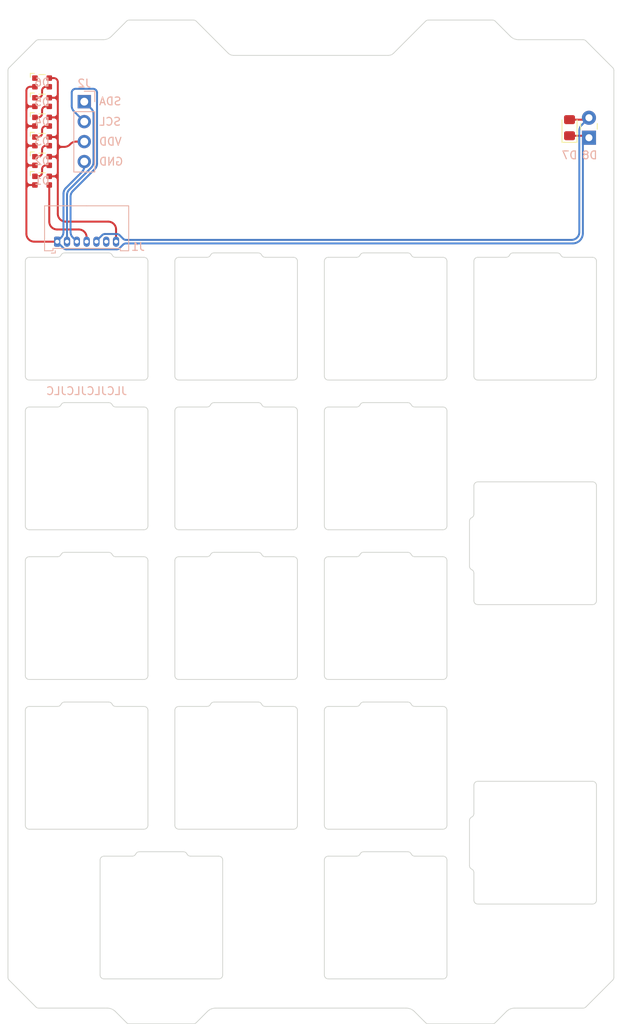
<source format=kicad_pcb>
(kicad_pcb (version 20211014) (generator pcbnew)
  (layers (0 "F.Cu" signal) (31 "B.Cu" signal) (34 "B.Paste" user) (35 "F.Paste" user) (36 "B.SilkS" user "B.Silkscreen") (37 "F.SilkS" user "F.Silkscreen") (38 "B.Mask" user) (39 "F.Mask" user) (44 "Edge.Cuts" user))
  (net 0 "")
  (net 1 "GND")
  (net 2 "SDA")
  (net 3 "SCL")
  (net 4 "P1.09")
  (net 5 "LED_CHG")
  (net 6 "VDDH")
  (net 7 "+VSW")
  (net 8 "Net-(D1-Pad1)")
  (net 9 "Net-(D2-Pad1)")
  (net 10 "Net-(D3-Pad1)")
  (net 11 "Net-(D4-Pad1)")
  (net 12 "Net-(D5-Pad1)")
  (footprint "marbastlib-various:LED_WS2812_2020" (layer "F.Cu") (at -5.675 -17.5625)
    (fp_text reference "D1" (at 0 0) (layer "B.SilkS") (effects (justify mirror)))
    (fp_text value "WS2812_2020")
    (pad "1" smd roundrect (at -0.915 -0.55) (size 0.7 0.7) (layers "F.Cu" "F.Paste" "F.Mask") (roundrect_rratio 0.15) (net 8 "Net-(D1-Pad1)"))
    (pad "2" smd roundrect (at -0.915 0.55) (size 0.7 0.7) (layers "F.Cu" "F.Paste" "F.Mask") (roundrect_rratio 0.15) (net 1 "GND"))
    (pad "3" smd roundrect (at 0.915 0.55) (size 0.7 0.7) (layers "F.Cu" "F.Paste" "F.Mask") (roundrect_rratio 0.15) (net 4 "P1.09"))
    (pad "4" smd roundrect (at 0.915 -0.55) (size 0.7 0.7) (layers "F.Cu" "F.Paste" "F.Mask") (roundrect_rratio 0.15) (net 7 "+VSW"))
  )
  (footprint "LED_SMD:LED_0805_2012Metric_Pad1.15x1.40mm_HandSolder" (layer "F.Cu") (at 61.525 -24.3 90)
    (fp_text reference "D7" (at -3.5 0) (layer "B.SilkS") (effects (justify mirror)))
    (fp_text value "LED")
    (pad "1" smd roundrect (at -1.025 0 90) (size 1.15 1.4) (layers "F.Cu" "F.Paste" "F.Mask") (roundrect_rratio 0.2173913043) (net 1 "GND"))
    (pad "2" smd roundrect (at 1.025 0 90) (size 1.15 1.4) (layers "F.Cu" "F.Paste" "F.Mask") (roundrect_rratio 0.2173913043) (net 5 "LED_CHG"))
  )
  (footprint "marbastlib-various:LED_WS2812_2020" (layer "F.Cu") (at -5.675 -22.5625)
    (fp_text reference "D3" (at 0 0) (layer "B.SilkS") (effects (justify mirror)))
    (fp_text value "WS2812_2020")
    (pad "1" smd roundrect (at -0.915 -0.55) (size 0.7 0.7) (layers "F.Cu" "F.Paste" "F.Mask") (roundrect_rratio 0.15) (net 10 "Net-(D3-Pad1)"))
    (pad "2" smd roundrect (at -0.915 0.55) (size 0.7 0.7) (layers "F.Cu" "F.Paste" "F.Mask") (roundrect_rratio 0.15) (net 1 "GND"))
    (pad "3" smd roundrect (at 0.915 0.55) (size 0.7 0.7) (layers "F.Cu" "F.Paste" "F.Mask") (roundrect_rratio 0.15) (net 9 "Net-(D2-Pad1)"))
    (pad "4" smd roundrect (at 0.915 -0.55) (size 0.7 0.7) (layers "F.Cu" "F.Paste" "F.Mask") (roundrect_rratio 0.15) (net 7 "+VSW"))
  )
  (footprint "marbastlib-various:LED_WS2812_2020" (layer "F.Cu") (at -5.675 -27.5625)
    (fp_text reference "D5" (at 0 0) (layer "B.SilkS") (effects (justify mirror)))
    (fp_text value "WS2812_2020")
    (pad "1" smd roundrect (at -0.915 -0.55) (size 0.7 0.7) (layers "F.Cu" "F.Paste" "F.Mask") (roundrect_rratio 0.15) (net 12 "Net-(D5-Pad1)"))
    (pad "2" smd roundrect (at -0.915 0.55) (size 0.7 0.7) (layers "F.Cu" "F.Paste" "F.Mask") (roundrect_rratio 0.15) (net 1 "GND"))
    (pad "3" smd roundrect (at 0.915 0.55) (size 0.7 0.7) (layers "F.Cu" "F.Paste" "F.Mask") (roundrect_rratio 0.15) (net 11 "Net-(D4-Pad1)"))
    (pad "4" smd roundrect (at 0.915 -0.55) (size 0.7 0.7) (layers "F.Cu" "F.Paste" "F.Mask") (roundrect_rratio 0.15) (net 7 "+VSW"))
  )
  (footprint "Connector_PinHeader_2.54mm:PinHeader_1x04_P2.54mm_Vertical" (layer "F.Cu") (at -0.3 -27.6125)
    (fp_text reference "J2" (at 0 -2.33) (layer "B.SilkS") (effects (justify mirror)))
    (fp_text value "Conn_01x04")
    (pad "1" thru_hole rect (at 0 0) (size 1.7 1.7) (drill 1) (layers *.Cu *.Mask) (net 2 "SDA"))
    (pad "2" thru_hole oval (at 0 2.54) (size 1.7 1.7) (drill 1) (layers *.Cu *.Mask) (net 3 "SCL"))
    (pad "3" thru_hole oval (at 0 5.08) (size 1.7 1.7) (drill 1) (layers *.Cu *.Mask) (net 7 "+VSW"))
    (pad "4" thru_hole oval (at 0 7.62) (size 1.7 1.7) (drill 1) (layers *.Cu *.Mask) (net 1 "GND"))
  )
  (footprint "marbastlib-various:LED_WS2812_2020" (layer "F.Cu") (at -5.675 -30.0625)
    (fp_text reference "D6" (at 0 0) (layer "B.SilkS") (effects (justify mirror)))
    (fp_text value "WS2812_2020")
    (pad "1" smd roundrect (at -0.915 -0.55) (size 0.7 0.7) (layers "F.Cu" "F.Paste" "F.Mask") (roundrect_rratio 0.15))
    (pad "2" smd roundrect (at -0.915 0.55) (size 0.7 0.7) (layers "F.Cu" "F.Paste" "F.Mask") (roundrect_rratio 0.15) (net 1 "GND"))
    (pad "3" smd roundrect (at 0.915 0.55) (size 0.7 0.7) (layers "F.Cu" "F.Paste" "F.Mask") (roundrect_rratio 0.15) (net 12 "Net-(D5-Pad1)"))
    (pad "4" smd roundrect (at 0.915 -0.55) (size 0.7 0.7) (layers "F.Cu" "F.Paste" "F.Mask") (roundrect_rratio 0.15) (net 7 "+VSW"))
  )
  (footprint "LED_THT:LED_Rectangular_W3.0mm_H2.0mm" (layer "F.Cu") (at 64 -23.025 90)
    (fp_text reference "D8" (at -2.225 0.09) (layer "B.SilkS") (effects (justify mirror)))
    (fp_text value "LED")
    (pad "1" thru_hole rect (at 0 0 90) (size 1.8 1.8) (drill 0.9) (layers *.Cu *.Mask) (net 1 "GND"))
    (pad "2" thru_hole circle (at 2.54 0 90) (size 1.8 1.8) (drill 0.9) (layers *.Cu *.Mask) (net 5 "LED_CHG"))
  )
  (footprint "marbastlib-various:LED_WS2812_2020" (layer "F.Cu") (at -5.675 -25.0625)
    (fp_text reference "D4" (at 0 0) (layer "B.SilkS") (effects (justify mirror)))
    (fp_text value "WS2812_2020")
    (pad "1" smd roundrect (at -0.915 -0.55) (size 0.7 0.7) (layers "F.Cu" "F.Paste" "F.Mask") (roundrect_rratio 0.15) (net 11 "Net-(D4-Pad1)"))
    (pad "2" smd roundrect (at -0.915 0.55) (size 0.7 0.7) (layers "F.Cu" "F.Paste" "F.Mask") (roundrect_rratio 0.15) (net 1 "GND"))
    (pad "3" smd roundrect (at 0.915 0.55) (size 0.7 0.7) (layers "F.Cu" "F.Paste" "F.Mask") (roundrect_rratio 0.15) (net 10 "Net-(D3-Pad1)"))
    (pad "4" smd roundrect (at 0.915 -0.55) (size 0.7 0.7) (layers "F.Cu" "F.Paste" "F.Mask") (roundrect_rratio 0.15) (net 7 "+VSW"))
  )
  (footprint "marbastlib-various:LED_WS2812_2020" (layer "F.Cu") (at -5.675 -20.0625)
    (fp_text reference "D2" (at 0 0) (layer "B.SilkS") (effects (justify mirror)))
    (fp_text value "WS2812_2020")
    (pad "1" smd roundrect (at -0.915 -0.55) (size 0.7 0.7) (layers "F.Cu" "F.Paste" "F.Mask") (roundrect_rratio 0.15) (net 9 "Net-(D2-Pad1)"))
    (pad "2" smd roundrect (at -0.915 0.55) (size 0.7 0.7) (layers "F.Cu" "F.Paste" "F.Mask") (roundrect_rratio 0.15) (net 1 "GND"))
    (pad "3" smd roundrect (at 0.915 0.55) (size 0.7 0.7) (layers "F.Cu" "F.Paste" "F.Mask") (roundrect_rratio 0.15) (net 8 "Net-(D1-Pad1)"))
    (pad "4" smd roundrect (at 0.915 -0.55) (size 0.7 0.7) (layers "F.Cu" "F.Paste" "F.Mask") (roundrect_rratio 0.15) (net 7 "+VSW"))
  )
  (footprint "Connector_Molex:Molex_PicoBlade_53048-0710_1x07_P1.25mm_Horizontal" (layer "B.Cu") (at -3.75 -9.8)
    (fp_text reference "J1" (at 10.3 0.65) (layer "B.SilkS") (effects (justify mirror)))
    (fp_text value "Conn_01x07")
    (pad "1" thru_hole roundrect (at 0 0) (size 0.8 1.3) (drill 0.5) (layers *.Cu *.Mask) (net 1 "GND"))
    (pad "2" thru_hole oval (at 1.25 0) (size 0.8 1.3) (drill 0.5) (layers *.Cu *.Mask) (net 2 "SDA"))
    (pad "3" thru_hole oval (at 2.5 0) (size 0.8 1.3) (drill 0.5) (layers *.Cu *.Mask) (net 3 "SCL"))
    (pad "4" thru_hole oval (at 3.75 0) (size 0.8 1.3) (drill 0.5) (layers *.Cu *.Mask) (net 4 "P1.09"))
    (pad "5" thru_hole oval (at 5 0) (size 0.8 1.3) (drill 0.5) (layers *.Cu *.Mask) (net 5 "LED_CHG"))
    (pad "6" thru_hole oval (at 6.25 0) (size 0.8 1.3) (drill 0.5) (layers *.Cu *.Mask) (net 6 "VDDH"))
    (pad "7" thru_hole oval (at 7.5 0) (size 0.8 1.3) (drill 0.5) (layers *.Cu *.Mask) (net 7 "+VSW"))
  )
  (gr_line (start 30.29 49.84) (end 30.29 64.46) (layer "Edge.Cuts") (width 0.1))
  (gr_arc (start 45.91 26.36) (mid 45.763553 26.713553) (end 45.41 26.86) (layer "Edge.Cuts") (width 0.1))
  (gr_arc (start 49.34 -7.31) (mid 49.486447 -7.663553) (end 49.84 -7.81) (layer "Edge.Cuts") (width 0.1))
  (gr_line (start 15.342002 30.29) (end 11.74 30.29) (layer "Edge.Cuts") (width 0.1))
  (gr_line (start 26.86 45.41) (end 26.86 30.79) (layer "Edge.Cuts") (width 0.1))
  (gr_arc (start -3.258999 -8.09) (mid -3.074575 -8.294264) (end -2.81 -8.37) (layer "Edge.Cuts") (width 0.1))
  (gr_arc (start -3.258999 30.01) (mid -3.443423 30.214264) (end -3.707998 30.29) (layer "Edge.Cuts") (width 0.1))
  (gr_arc (start 16.835 68.39) (mid 17.188553 68.536447) (end 17.335 68.89) (layer "Edge.Cuts") (width 0.1))
  (gr_line (start 15.342002 11.24) (end 11.74 11.24) (layer "Edge.Cuts") (width 0.1))
  (gr_arc (start 45.91 45.41) (mid 45.763553 45.763553) (end 45.41 45.91) (layer "Edge.Cuts") (width 0.1))
  (gr_arc (start 49.34 59.365) (mid 49.486447 59.011447) (end 49.84 58.865) (layer "Edge.Cuts") (width 0.1))
  (gr_arc (start 15.791001 30.01) (mid 15.606577 30.214264) (end 15.342002 30.29) (layer "Edge.Cuts") (width 0.1))
  (gr_line (start 2.81 -8.37) (end -2.81 -8.37) (layer "Edge.Cuts") (width 0.1))
  (gr_arc (start 39.125 -33.792893) (mid 38.800576 -33.576122) (end 38.417893 -33.5) (layer "Edge.Cuts") (width 0.1))
  (gr_arc (start 55.039214 -35.5) (mid 54.465186 -35.614176) (end 53.978553 -35.93934) (layer "Edge.Cuts") (width 0.1))
  (gr_line (start 11.24 49.84) (end 11.24 64.46) (layer "Edge.Cuts") (width 0.1))
  (gr_arc (start 15.791001 49.06) (mid 15.975425 48.855736) (end 16.24 48.78) (layer "Edge.Cuts") (width 0.1))
  (gr_line (start 67.175 -31.585786) (end 67.175 83.810786) (layer "Edge.Cuts") (width 0.1))
  (gr_line (start 30.79 84.01) (end 45.41 84.01) (layer "Edge.Cuts") (width 0.1))
  (gr_arc (start 30.29 -7.31) (mid 30.436447 -7.663553) (end 30.79 -7.81) (layer "Edge.Cuts") (width 0.1))
  (gr_line (start 64.96 35.885) (end 64.96 21.265) (layer "Edge.Cuts") (width 0.1))
  (gr_arc (start 15.791001 -8.09) (mid 15.606577 -7.885736) (end 15.342002 -7.81) (layer "Edge.Cuts") (width 0.1))
  (gr_arc (start 6.266001 68.11) (mid 6.081577 68.314264) (end 5.817002 68.39) (layer "Edge.Cuts") (width 0.1))
  (gr_arc (start 45.41 -7.81) (mid 45.763553 -7.663553) (end 45.91 -7.31) (layer "Edge.Cuts") (width 0.1))
  (gr_arc (start 22.757998 -7.81) (mid 22.493423 -7.885736) (end 22.308999 -8.09) (layer "Edge.Cuts") (width 0.1))
  (gr_arc (start 26.86 64.46) (mid 26.713553 64.813553) (end 26.36 64.96) (layer "Edge.Cuts") (width 0.1))
  (gr_line (start 7.31 49.34) (end 3.707998 49.34) (layer "Edge.Cuts") (width 0.1))
  (gr_line (start 3.171447 -35.93934) (end 5.08566 -37.853553) (layer "Edge.Cuts") (width 0.1))
  (gr_line (start 30.29 30.79) (end 30.29 45.41) (layer "Edge.Cuts") (width 0.1))
  (gr_arc (start 2.81 48.78) (mid 3.074575 48.855736) (end 3.258999 49.06) (layer "Edge.Cuts") (width 0.1))
  (gr_line (start 21.86 10.68) (end 16.24 10.68) (layer "Edge.Cuts") (width 0.1))
  (gr_line (start 11.74 64.96) (end 26.36 64.96) (layer "Edge.Cuts") (width 0.1))
  (gr_arc (start 45.41 68.39) (mid 45.763553 68.536447) (end 45.91 68.89) (layer "Edge.Cuts") (width 0.1))
  (gr_arc (start 64.96 35.885) (mid 64.813553 36.238553) (end 64.46 36.385) (layer "Edge.Cuts") (width 0.1))
  (gr_line (start -6.110786 -35.5) (end 2.110786 -35.5) (layer "Edge.Cuts") (width 0.1))
  (gr_arc (start 41.807998 49.34) (mid 41.543424 49.264263) (end 41.358999 49.06) (layer "Edge.Cuts") (width 0.1))
  (gr_line (start 15.342002 -7.81) (end 11.74 -7.81) (layer "Edge.Cuts") (width 0.1))
  (gr_line (start -7.81 30.79) (end -7.81 45.41) (layer "Edge.Cuts") (width 0.1))
  (gr_arc (start 26.86 7.31) (mid 26.713553 7.663553) (end 26.36 7.81) (layer "Edge.Cuts") (width 0.1))
  (gr_line (start 5.817002 68.39) (end 2.215 68.39) (layer "Edge.Cuts") (width 0.1))
  (gr_line (start 30.79 26.86) (end 45.41 26.86) (layer "Edge.Cuts") (width 0.1))
  (gr_arc (start 45.91 7.31) (mid 45.763553 7.663553) (end 45.41 7.81) (layer "Edge.Cuts") (width 0.1))
  (gr_line (start -3.707998 -7.81) (end -7.31 -7.81) (layer "Edge.Cuts") (width 0.1))
  (gr_line (start 7.81 45.41) (end 7.81 30.79) (layer "Edge.Cuts") (width 0.1))
  (gr_arc (start 15.791001 49.06) (mid 15.606577 49.264264) (end 15.342002 49.34) (layer "Edge.Cuts") (width 0.1))
  (gr_line (start 12.335 67.83) (end 6.715 67.83) (layer "Edge.Cuts") (width 0.1))
  (gr_line (start 16.835 68.39) (end 13.232998 68.39) (layer "Edge.Cuts") (width 0.1))
  (gr_line (start 7.81 7.31) (end 7.81 -7.31) (layer "Edge.Cuts") (width 0.1))
  (gr_line (start 15.342002 49.34) (end 11.74 49.34) (layer "Edge.Cuts") (width 0.1))
  (gr_arc (start 34.841001 49.06) (mid 34.656577 49.264265) (end 34.392002 49.34) (layer "Edge.Cuts") (width 0.1))
  (gr_arc (start 3.707998 -7.81) (mid 3.443423 -7.885736) (end 3.258999 -8.09) (layer "Edge.Cuts") (width 0.1))
  (gr_line (start 7.31 30.29) (end 3.707998 30.29) (layer "Edge.Cuts") (width 0.1))
  (gr_arc (start 2.610786 87.725) (mid 3.184812 87.839181) (end 3.671447 88.16434) (layer "Edge.Cuts") (width 0.1))
  (gr_line (start 11.74 45.91) (end 26.36 45.91) (layer "Edge.Cuts") (width 0.1))
  (gr_arc (start 67.028553 -31.93934) (mid 67.136935 -31.777127) (end 67.175 -31.585786) (layer "Edge.Cuts") (width 0.1))
  (gr_arc (start 30.29 11.74) (mid 30.436447 11.386447) (end 30.79 11.24) (layer "Edge.Cuts") (width 0.1))
  (gr_line (start 49.84 74.485) (end 64.46 74.485) (layer "Edge.Cuts") (width 0.1))
  (gr_arc (start 15.378553 88.16434) (mid 15.865188 87.839181) (end 16.439214 87.725) (layer "Edge.Cuts") (width 0.1))
  (gr_line (start -7.81 -7.31) (end -7.81 7.31) (layer "Edge.Cuts") (width 0.1))
  (gr_arc (start -3.258999 -8.09) (mid -3.443423 -7.885736) (end -3.707998 -7.81) (layer "Edge.Cuts") (width 0.1))
  (gr_arc (start 34.841001 10.96) (mid 35.025425 10.755736) (end 35.29 10.68) (layer "Edge.Cuts") (width 0.1))
  (gr_arc (start 2.81 -8.37) (mid 3.074575 -8.294264) (end 3.258999 -8.09) (layer "Edge.Cuts") (width 0.1))
  (gr_line (start 7.81 64.46) (end 7.81 49.84) (layer "Edge.Cuts") (width 0.1))
  (gr_arc (start 2.215 84.01) (mid 1.861447 83.863553) (end 1.715 83.51) (layer "Edge.Cuts") (width 0.1))
  (gr_line (start 40.710786 87.725) (end 16.439214 87.725) (layer "Edge.Cuts") (width 0.1))
  (gr_arc (start 43.18566 -37.853553) (mid 43.347873 -37.961935) (end 43.539214 -38) (layer "Edge.Cuts") (width 0.1))
  (gr_line (start 30.29 68.89) (end 30.29 83.51) (layer "Edge.Cuts") (width 0.1))
  (gr_arc (start 49.84 7.81) (mid 49.486447 7.663553) (end 49.34 7.31) (layer "Edge.Cuts") (width 0.1))
  (gr_line (start 30.29 -7.31) (end 30.29 7.31) (layer "Edge.Cuts") (width 0.1))
  (gr_arc (start 7.81 45.41) (mid 7.663553 45.763553) (end 7.31 45.91) (layer "Edge.Cuts") (width 0.1))
  (gr_arc (start 3.171447 -35.93934) (mid 2.684812 -35.614181) (end 2.110786 -35.5) (layer "Edge.Cuts") (width 0.1))
  (gr_line (start -3.707998 11.24) (end -7.31 11.24) (layer "Edge.Cuts") (width 0.1))
  (gr_arc (start 40.91 48.78) (mid 41.174575 48.855736) (end 41.358999 49.06) (layer "Edge.Cuts") (width 0.1))
  (gr_arc (start 45.91 83.51) (mid 45.763553 83.863553) (end 45.41 84.01) (layer "Edge.Cuts") (width 0.1))
  (gr_line (start 40.91 -8.37) (end 35.29 -8.37) (layer "Edge.Cuts") (width 0.1))
  (gr_line (start 49.34 70.485) (end 49.34 73.985) (layer "Edge.Cuts") (width 0.1))
  (gr_arc (start 45.41 49.34) (mid 45.763553 49.486447) (end 45.91 49.84) (layer "Edge.Cuts") (width 0.1))
  (gr_arc (start -3.258999 10.96) (mid -3.443423 11.164264) (end -3.707998 11.24) (layer "Edge.Cuts") (width 0.1))
  (gr_line (start 34.392002 -7.81) (end 30.79 -7.81) (layer "Edge.Cuts") (width 0.1))
  (gr_line (start 34.392002 11.24) (end 30.79 11.24) (layer "Edge.Cuts") (width 0.1))
  (gr_arc (start 59.96 -8.37) (mid 60.224575 -8.294264) (end 60.408999 -8.09) (layer "Edge.Cuts") (width 0.1))
  (gr_line (start 11.74 26.86) (end 26.36 26.86) (layer "Edge.Cuts") (width 0.1))
  (gr_line (start -7.31 64.96) (end 7.31 64.96) (layer "Edge.Cuts") (width 0.1))
  (gr_arc (start 67.175 83.810786) (mid 67.136944 84.002131) (end 67.028553 84.16434) (layer "Edge.Cuts") (width 0.1))
  (gr_arc (start 21.86 29.73) (mid 22.124575 29.805736) (end 22.308999 30.01) (layer "Edge.Cuts") (width 0.1))
  (gr_line (start 63.61434 -35.353553) (end 67.028553 -31.93934) (layer "Edge.Cuts") (width 0.1))
  (gr_line (start -7.81 49.84) (end -7.81 64.46) (layer "Edge.Cuts") (width 0.1))
  (gr_line (start 63.260786 87.725) (end 54.539214 87.725) (layer "Edge.Cuts") (width 0.1))
  (gr_arc (start 7.31 30.29) (mid 7.663553 30.436447) (end 7.81 30.79) (layer "Edge.Cuts") (width 0.1))
  (gr_line (start 26.86 26.36) (end 26.86 11.74) (layer "Edge.Cuts") (width 0.1))
  (gr_arc (start 30.29 68.89) (mid 30.436447 68.536447) (end 30.79 68.39) (layer "Edge.Cuts") (width 0.1))
  (gr_line (start 45.41 30.29) (end 41.807998 30.29) (layer "Edge.Cuts") (width 0.1))
  (gr_arc (start 49.34 24.867002) (mid 49.264263 25.131576) (end 49.06 25.316001) (layer "Edge.Cuts") (width 0.1))
  (gr_arc (start -3.258999 10.96) (mid -3.074575 10.755736) (end -2.81 10.68) (layer "Edge.Cuts") (width 0.1))
  (gr_line (start 26.86 7.31) (end 26.86 -7.31) (layer "Edge.Cuts") (width 0.1))
  (gr_arc (start -7.81 30.79) (mid -7.663553 30.436447) (end -7.31 30.29) (layer "Edge.Cuts") (width 0.1))
  (gr_line (start -3.707998 49.34) (end -7.31 49.34) (layer "Edge.Cuts") (width 0.1))
  (gr_line (start 64.46 -7.81) (end 60.857998 -7.81) (layer "Edge.Cuts") (width 0.1))
  (gr_arc (start 11.24 49.84) (mid 11.386447 49.486447) (end 11.74 49.34) (layer "Edge.Cuts") (width 0.1))
  (gr_arc (start 30.79 45.91) (mid 30.436447 45.763553) (end 30.29 45.41) (layer "Edge.Cuts") (width 0.1))
  (gr_line (start 49.34 32.385) (end 49.34 35.885) (layer "Edge.Cuts") (width 0.1))
  (gr_arc (start 11.74 26.86) (mid 11.386447 26.713553) (end 11.24 26.36) (layer "Edge.Cuts") (width 0.1))
  (gr_line (start 2.81 10.68) (end -2.81 10.68) (layer "Edge.Cuts") (width 0.1))
  (gr_line (start 40.91 29.73) (end 35.29 29.73) (layer "Edge.Cuts") (width 0.1))
  (gr_arc (start 2.81 10.68) (mid 3.074575 10.755736) (end 3.258999 10.96) (layer "Edge.Cuts") (width 0.1))
  (gr_arc (start 15.791001 10.96) (mid 15.975425 10.755736) (end 16.24 10.68) (layer "Edge.Cuts") (width 0.1))
  (gr_line (start 64.46 20.765) (end 49.84 20.765) (layer "Edge.Cuts") (width 0.1))
  (gr_arc (start 22.757998 49.34) (mid 22.493423 49.264264) (end 22.308999 49.06) (layer "Edge.Cuts") (width 0.1))
  (gr_arc (start -7.31 26.86) (mid -7.663553 26.713553) (end -7.81 26.36) (layer "Edge.Cuts") (width 0.1))
  (gr_line (start 1.715 68.89) (end 1.715 83.51) (layer "Edge.Cuts") (width 0.1))
  (gr_arc (start 53.478553 88.16434) (mid 53.965189 87.839185) (end 54.539214 87.725) (layer "Edge.Cuts") (width 0.1))
  (gr_line (start 40.91 67.83) (end 35.29 67.83) (layer "Edge.Cuts") (width 0.1))
  (gr_line (start 40.91 48.78) (end 35.29 48.78) (layer "Edge.Cuts") (width 0.1))
  (gr_line (start 11.24 -7.31) (end 11.24 7.31) (layer "Edge.Cuts") (width 0.1))
  (gr_line (start 49.34 -7.31) (end 49.34 7.31) (layer "Edge.Cuts") (width 0.1))
  (gr_line (start 21.86 48.78) (end 16.24 48.78) (layer "Edge.Cuts") (width 0.1))
  (gr_arc (start 41.807998 68.39) (mid 41.543424 68.314263) (end 41.358999 68.11) (layer "Edge.Cuts") (width 0.1))
  (gr_line (start 34.392002 49.34) (end 30.79 49.34) (layer "Edge.Cuts") (width 0.1))
  (gr_arc (start 26.36 -7.81) (mid 26.713553 -7.663553) (end 26.86 -7.31) (layer "Edge.Cuts") (width 0.1))
  (gr_line (start 39.125 -33.792893) (end 43.18566 -37.853553) (layer "Edge.Cuts") (width 0.1))
  (gr_arc (start 7.81 26.36) (mid 7.663553 26.713553) (end 7.31 26.86) (layer "Edge.Cuts") (width 0.1))
  (gr_arc (start -7.81 49.84) (mid -7.663553 49.486447) (end -7.31 49.34) (layer "Edge.Cuts") (width 0.1))
  (gr_arc (start 15.791001 10.96) (mid 15.606577 11.164264) (end 15.342002 11.24) (layer "Edge.Cuts") (width 0.1))
  (gr_line (start 11.74 7.81) (end 26.36 7.81) (layer "Edge.Cuts") (width 0.1))
  (gr_arc (start 41.807998 -7.81) (mid 41.543424 -7.885737) (end 41.358999 -8.09) (layer "Edge.Cuts") (width 0.1))
  (gr_arc (start 22.757998 30.29) (mid 22.493423 30.214264) (end 22.308999 30.01) (layer "Edge.Cuts") (width 0.1))
  (gr_arc (start 11.74 64.96) (mid 11.386447 64.813553) (end 11.24 64.46) (layer "Edge.Cuts") (width 0.1))
  (gr_line (start 64.96 7.31) (end 64.96 -7.31) (layer "Edge.Cuts") (width 0.1))
  (gr_arc (start 49.84 74.485) (mid 49.486447 74.338553) (end 49.34 73.985) (layer "Edge.Cuts") (width 0.1))
  (gr_arc (start 11.24 -7.31) (mid 11.386447 -7.663553) (end 11.74 -7.81) (layer "Edge.Cuts") (width 0.1))
  (gr_line (start 30.79 7.81) (end 45.41 7.81) (layer "Edge.Cuts") (width 0.1))
  (gr_arc (start 64.46 -7.81) (mid 64.813553 -7.663553) (end 64.96 -7.31) (layer "Edge.Cuts") (width 0.1))
  (gr_line (start 7.81 26.36) (end 7.81 11.74) (layer "Edge.Cuts") (width 0.1))
  (gr_line (start 45.91 7.31) (end 45.91 -7.31) (layer "Edge.Cuts") (width 0.1))
  (gr_arc (start 40.91 10.68) (mid 41.174575 10.755736) (end 41.358999 10.96) (layer "Edge.Cuts") (width 0.1))
  (gr_arc (start 7.81 64.46) (mid 7.663553 64.813553) (end 7.31 64.96) (layer "Edge.Cuts") (width 0.1))
  (gr_line (start 55.039214 -35.5) (end 63.260786 -35.5) (layer "Edge.Cuts") (width 0.1))
  (gr_arc (start 64.46 58.865) (mid 64.813553 59.011447) (end 64.96 59.365) (layer "Edge.Cuts") (width 0.1))
  (gr_arc (start 30.79 26.86) (mid 30.436447 26.713553) (end 30.29 26.36) (layer "Edge.Cuts") (width 0.1))
  (gr_arc (start 60.857998 -7.81) (mid 60.593424 -7.885737) (end 60.408999 -8.09) (layer "Edge.Cuts") (width 0.1))
  (gr_arc (start 18.732107 -33.5) (mid 18.349423 -33.57612) (end 18.025 -33.792893) (layer "Edge.Cuts") (width 0.1))
  (gr_arc (start 7.31 11.24) (mid 7.663553 11.386447) (end 7.81 11.74) (layer "Edge.Cuts") (width 0.1))
  (gr_arc (start -7.31 45.91) (mid -7.663553 45.763553) (end -7.81 45.41) (layer "Edge.Cuts") (width 0.1))
  (gr_arc (start 41.807998 30.29) (mid 41.543424 30.214263) (end 41.358999 30.01) (layer "Edge.Cuts") (width 0.1))
  (gr_line (start 21.86 -8.37) (end 16.24 -8.37) (layer "Edge.Cuts") (width 0.1))
  (gr_arc (start 21.86 48.78) (mid 22.124575 48.855736) (end 22.308999 49.06) (layer "Edge.Cuts") (width 0.1))
  (gr_line (start 40.91 10.68) (end 35.29 10.68) (layer "Edge.Cuts") (width 0.1))
  (gr_line (start 13.610786 89.725) (end 5.439214 89.725) (layer "Edge.Cuts") (width 0.1))
  (gr_arc (start 21.86 10.68) (mid 22.124575 10.755736) (end 22.308999 10.96) (layer "Edge.Cuts") (width 0.1))
  (gr_arc (start 34.841001 -8.09) (mid 34.656577 -7.885735) (end 34.392002 -7.81) (layer "Edge.Cuts") (width 0.1))
  (gr_line (start -6.46434 87.578553) (end -9.878553 84.16434) (layer "Edge.Cuts") (width 0.1))
  (gr_arc (start 49.84 36.385) (mid 49.486447 36.238553) (end 49.34 35.885) (layer "Edge.Cuts") (width 0.1))
  (gr_line (start 15.378553 88.16434) (end 13.96434 89.578553) (layer "Edge.Cuts") (width 0.1))
  (gr_arc (start -7.81 -7.31) (mid -7.663553 -7.663553) (end -7.31 -7.81) (layer "Edge.Cuts") (width 0.1))
  (gr_arc (start 30.29 30.79) (mid 30.436447 30.436447) (end 30.79 30.29) (layer "Edge.Cuts") (width 0.1))
  (gr_arc (start 17.335 83.51) (mid 17.188553 83.863553) (end 16.835 84.01) (layer "Edge.Cuts") (width 0.1))
  (gr_arc (start -7.81 11.74) (mid -7.663553 11.386447) (end -7.31 11.24) (layer "Edge.Cuts") (width 0.1))
  (gr_arc (start 30.79 7.81) (mid 30.436447 7.663553) (end 30.29 7.31) (layer "Edge.Cuts") (width 0.1))
  (gr_line (start 51.710786 89.725) (end 43.539214 89.725) (layer "Edge.Cuts") (width 0.1))
  (gr_arc (start 45.41 30.29) (mid 45.763553 30.436447) (end 45.91 30.79) (layer "Edge.Cuts") (width 0.1))
  (gr_line (start 5.08566 89.578553) (end 3.671447 88.16434) (layer "Edge.Cuts") (width 0.1))
  (gr_arc (start 34.841001 49.06) (mid 35.025425 48.855736) (end 35.29 48.78) (layer "Edge.Cuts") (width 0.1))
  (gr_line (start 2.81 48.78) (end -2.81 48.78) (layer "Edge.Cuts") (width 0.1))
  (gr_line (start 45.41 49.34) (end 41.807998 49.34) (layer "Edge.Cuts") (width 0.1))
  (gr_line (start 49.34 59.365) (end 49.34 62.967002) (layer "Edge.Cuts") (width 0.1))
  (gr_line (start 52.06434 -37.853553) (end 53.978553 -35.93934) (layer "Edge.Cuts") (width 0.1))
  (gr_line (start 2.215 84.01) (end 16.835 84.01) (layer "Edge.Cuts") (width 0.1))
  (gr_arc (start 26.36 11.24) (mid 26.713553 11.386447) (end 26.86 11.74) (layer "Edge.Cuts") (width 0.1))
  (gr_line (start 26.36 -7.81) (end 22.757998 -7.81) (layer "Edge.Cuts") (width 0.1))
  (gr_arc (start 13.610786 -38) (mid 13.802128 -37.96194) (end 13.96434 -37.853553) (layer "Edge.Cuts") (width 0.1))
  (gr_line (start 45.41 11.24) (end 41.807998 11.24) (layer "Edge.Cuts") (width 0.1))
  (gr_arc (start 6.266001 68.11) (mid 6.450425 67.905736) (end 6.715 67.83) (layer "Edge.Cuts") (width 0.1))
  (gr_line (start 30.29 11.74) (end 30.29 26.36) (layer "Edge.Cuts") (width 0.1))
  (gr_line (start 43.539214 -38) (end 51.710786 -38) (layer "Edge.Cuts") (width 0.1))
  (gr_arc (start 34.841001 10.96) (mid 34.656577 11.164265) (end 34.392002 11.24) (layer "Edge.Cuts") (width 0.1))
  (gr_arc (start 48.78 63.865) (mid 48.855736 63.600425) (end 49.06 63.416001) (layer "Edge.Cuts") (width 0.1))
  (gr_line (start -7.31 45.91) (end 7.31 45.91) (layer "Edge.Cuts") (width 0.1))
  (gr_line (start 13.96434 -37.853553) (end 18.025 -33.792893) (layer "Edge.Cuts") (width 0.1))
  (gr_arc (start 34.841001 30.01) (mid 34.656577 30.214265) (end 34.392002 30.29) (layer "Edge.Cuts") (width 0.1))
  (gr_line (start 30.79 45.91) (end 45.41 45.91) (layer "Edge.Cuts") (width 0.1))
  (gr_arc (start 26.36 49.34) (mid 26.713553 49.486447) (end 26.86 49.84) (layer "Edge.Cuts") (width 0.1))
  (gr_arc (start 11.24 30.79) (mid 11.386447 30.436447) (end 11.74 30.29) (layer "Edge.Cuts") (width 0.1))
  (gr_arc (start 34.841001 68.11) (mid 34.656577 68.314265) (end 34.392002 68.39) (layer "Edge.Cuts") (width 0.1))
  (gr_line (start 48.78 63.865) (end 48.78 69.587002) (layer "Edge.Cuts") (width 0.1))
  (gr_line (start 45.41 68.39) (end 41.807998 68.39) (layer "Edge.Cuts") (width 0.1))
  (gr_arc (start 13.232998 68.39) (mid 12.968423 68.314264) (end 12.783999 68.11) (layer "Edge.Cuts") (width 0.1))
  (gr_line (start 11.24 11.74) (end 11.24 26.36) (layer "Edge.Cuts") (width 0.1))
  (gr_line (start 34.392002 68.39) (end 30.79 68.39) (layer "Edge.Cuts") (width 0.1))
  (gr_arc (start 64.46 20.765) (mid 64.813553 20.911447) (end 64.96 21.265) (layer "Edge.Cuts") (width 0.1))
  (gr_arc (start 49.06 31.936001) (mid 49.264264 32.120425) (end 49.34 32.385) (layer "Edge.Cuts") (width 0.1))
  (gr_arc (start 3.707998 49.34) (mid 3.443423 49.264264) (end 3.258999 49.06) (layer "Edge.Cuts") (width 0.1))
  (gr_line (start 2.610786 87.725) (end -6.110786 87.725) (layer "Edge.Cuts") (width 0.1))
  (gr_arc (start 45.41 11.24) (mid 45.763553 11.386447) (end 45.91 11.74) (layer "Edge.Cuts") (width 0.1))
  (gr_line (start 26.36 30.29) (end 22.757998 30.29) (layer "Edge.Cuts") (width 0.1))
  (gr_line (start 45.91 64.46) (end 45.91 49.84) (layer "Edge.Cuts") (width 0.1))
  (gr_arc (start 5.439214 89.725) (mid 5.247872 89.68694) (end 5.08566 89.578553) (layer "Edge.Cuts") (width 0.1))
  (gr_line (start 49.34 21.265) (end 49.34 24.867002) (layer "Edge.Cuts") (width 0.1))
  (gr_arc (start 30.79 84.01) (mid 30.436447 83.863553) (end 30.29 83.51) (layer "Edge.Cuts") (width 0.1))
  (gr_line (start 30.79 64.96) (end 45.41 64.96) (layer "Edge.Cuts") (width 0.1))
  (gr_line (start 53.442002 -7.81) (end 49.84 -7.81) (layer "Edge.Cuts") (width 0.1))
  (gr_line (start 49.84 7.81) (end 64.46 7.81) (layer "Edge.Cuts") (width 0.1))
  (gr_arc (start 49.06 70.036001) (mid 49.264264 70.220425) (end 49.34 70.485) (layer "Edge.Cuts") (width 0.1))
  (gr_line (start 67.028553 84.16434) (end 63.61434 87.578553) (layer "Edge.Cuts") (width 0.1))
  (gr_arc (start -3.258999 49.06) (mid -3.443423 49.264264) (end -3.707998 49.34) (layer "Edge.Cuts") (width 0.1))
  (gr_line (start 26.36 49.34) (end 22.757998 49.34) (layer "Edge.Cuts") (width 0.1))
  (gr_line (start 45.91 26.36) (end 45.91 11.74) (layer "Edge.Cuts") (width 0.1))
  (gr_arc (start 5.08566 -37.853553) (mid 5.247872 -37.96194) (end 5.439214 -38) (layer "Edge.Cuts") (width 0.1))
  (gr_arc (start 48.78 25.765) (mid 48.855736 25.500425) (end 49.06 25.316001) (layer "Edge.Cuts") (width 0.1))
  (gr_arc (start 53.891001 -8.09) (mid 54.075425 -8.294264) (end 54.34 -8.37) (layer "Edge.Cuts") (width 0.1))
  (gr_arc (start -6.110786 87.725) (mid -6.302128 87.68694) (end -6.46434 87.578553) (layer "Edge.Cuts") (width 0.1))
  (gr_line (start -10.025 83.810786) (end -10.025 -31.585786) (layer "Edge.Cuts") (width 0.1))
  (gr_line (start 45.91 83.51) (end 45.91 68.89) (layer "Edge.Cuts") (width 0.1))
  (gr_arc (start 15.791001 -8.09) (mid 15.975425 -8.294264) (end 16.24 -8.37) (layer "Edge.Cuts") (width 0.1))
  (gr_line (start -7.31 7.81) (end 7.31 7.81) (layer "Edge.Cuts") (width 0.1))
  (gr_arc (start 22.757998 11.24) (mid 22.493423 11.164264) (end 22.308999 10.96) (layer "Edge.Cuts") (width 0.1))
  (gr_line (start 43.18566 89.578553) (end 41.771447 88.16434) (layer "Edge.Cuts") (width 0.1))
  (gr_line (start -3.707998 30.29) (end -7.31 30.29) (layer "Edge.Cuts") (width 0.1))
  (gr_arc (start 7.81 7.31) (mid 7.663553 7.663553) (end 7.31 7.81) (layer "Edge.Cuts") (width 0.1))
  (gr_arc (start 2.81 29.73) (mid 3.074575 29.805736) (end 3.258999 30.01) (layer "Edge.Cuts") (width 0.1))
  (gr_line (start -7.81 11.74) (end -7.81 26.36) (layer "Edge.Cuts") (width 0.1))
  (gr_arc (start 1.715 68.89) (mid 1.861447 68.536447) (end 2.215 68.39) (layer "Edge.Cuts") (width 0.1))
  (gr_line (start 26.86 64.46) (end 26.86 49.84) (layer "Edge.Cuts") (width 0.1))
  (gr_arc (start 13.96434 89.578553) (mid 13.802128 89.68694) (end 13.610786 89.725) (layer "Edge.Cuts") (width 0.1))
  (gr_line (start 45.91 45.41) (end 45.91 30.79) (layer "Edge.Cuts") (width 0.1))
  (gr_arc (start 45.91 64.46) (mid 45.763553 64.813553) (end 45.41 64.96) (layer "Edge.Cuts") (width 0.1))
  (gr_line (start -9.878553 -31.93934) (end -6.46434 -35.353553) (layer "Edge.Cuts") (width 0.1))
  (gr_arc (start -7.31 7.81) (mid -7.663553 7.663553) (end -7.81 7.31) (layer "Edge.Cuts") (width 0.1))
  (gr_arc (start 52.06434 89.578553) (mid 51.902127 89.686935) (end 51.710786 89.725) (layer "Edge.Cuts") (width 0.1))
  (gr_arc (start 26.36 30.29) (mid 26.713553 30.436447) (end 26.86 30.79) (layer "Edge.Cuts") (width 0.1))
  (gr_arc (start 43.539214 89.725) (mid 43.347869 89.686944) (end 43.18566 89.578553) (layer "Edge.Cuts") (width 0.1))
  (gr_line (start 18.732107 -33.5) (end 38.417893 -33.5) (layer "Edge.Cuts") (width 0.1))
  (gr_arc (start 26.86 26.36) (mid 26.713553 26.713553) (end 26.36 26.86) (layer "Edge.Cuts") (width 0.1))
  (gr_line (start 45.41 -7.81) (end 41.807998 -7.81) (layer "Edge.Cuts") (width 0.1))
  (gr_arc (start 40.91 67.83) (mid 41.174575 67.905736) (end 41.358999 68.11) (layer "Edge.Cuts") (width 0.1))
  (gr_arc (start 63.260786 -35.5) (mid 63.452131 -35.461944) (end 63.61434 -35.353553) (layer "Edge.Cuts") (width 0.1))
  (gr_arc (start 64.96 7.31) (mid 64.813553 7.663553) (end 64.46 7.81) (layer "Edge.Cuts") (width 0.1))
  (gr_arc (start 49.34 21.265) (mid 49.486447 20.911447) (end 49.84 20.765) (layer "Edge.Cuts") (width 0.1))
  (gr_line (start 34.392002 30.29) (end 30.79 30.29) (layer "Edge.Cuts") (width 0.1))
  (gr_line (start 5.439214 -38) (end 13.610786 -38) (layer "Edge.Cuts") (width 0.1))
  (gr_arc (start 7.31 49.34) (mid 7.663553 49.486447) (end 7.81 49.84) (layer "Edge.Cuts") (width 0.1))
  (gr_arc (start -3.258999 49.06) (mid -3.074575 48.855736) (end -2.81 48.78) (layer "Edge.Cuts") (width 0.1))
  (gr_arc (start 12.335 67.83) (mid 12.599575 67.905736) (end 12.783999 68.11) (layer "Edge.Cuts") (width 0.1))
  (gr_arc (start 11.74 45.91) (mid 11.386447 45.763553) (end 11.24 45.41) (layer "Edge.Cuts") (width 0.1))
  (gr_arc (start 30.29 49.84) (mid 30.436447 49.486447) (end 30.79 49.34) (layer "Edge.Cuts") (width 0.1))
  (gr_line (start 64.96 73.985) (end 64.96 59.365) (layer "Edge.Cuts") (width 0.1))
  (gr_arc (start 53.891001 -8.09) (mid 53.706577 -7.885735) (end 53.442002 -7.81) (layer "Edge.Cuts") (width 0.1))
  (gr_arc (start 64.96 73.985) (mid 64.813553 74.338553) (end 64.46 74.485) (layer "Edge.Cuts") (width 0.1))
  (gr_arc (start 51.710786 -38) (mid 51.902131 -37.961944) (end 52.06434 -37.853553) (layer "Edge.Cuts") (width 0.1))
  (gr_arc (start 21.86 -8.37) (mid 22.124575 -8.294264) (end 22.308999 -8.09) (layer "Edge.Cuts") (width 0.1))
  (gr_arc (start 40.710786 87.725) (mid 41.284814 87.839176) (end 41.771447 88.16434) (layer "Edge.Cuts") (width 0.1))
  (gr_line (start 64.46 58.865) (end 49.84 58.865) (layer "Edge.Cuts") (width 0.1))
  (gr_line (start 7.31 -7.81) (end 3.707998 -7.81) (layer "Edge.Cuts") (width 0.1))
  (gr_arc (start -7.31 64.96) (mid -7.663553 64.813553) (end -7.81 64.46) (layer "Edge.Cuts") (width 0.1))
  (gr_line (start 26.36 11.24) (end 22.757998 11.24) (layer "Edge.Cuts") (width 0.1))
  (gr_line (start 53.478553 88.16434) (end 52.06434 89.578553) (layer "Edge.Cuts") (width 0.1))
  (gr_arc (start 34.841001 30.01) (mid 35.025425 29.805736) (end 35.29 29.73) (layer "Edge.Cuts") (width 0.1))
  (gr_line (start 17.335 83.51) (end 17.335 68.89) (layer "Edge.Cuts") (width 0.1))
  (gr_arc (start 34.841001 68.11) (mid 35.025425 67.905736) (end 35.29 67.83) (layer "Edge.Cuts") (width 0.1))
  (gr_line (start 59.96 -8.37) (end 54.34 -8.37) (layer "Edge.Cuts") (width 0.1))
  (gr_line (start 2.81 29.73) (end -2.81 29.73) (layer "Edge.Cuts") (width 0.1))
  (gr_arc (start 34.841001 -8.09) (mid 35.025425 -8.294264) (end 35.29 -8.37) (layer "Edge.Cuts") (width 0.1))
  (gr_line (start 7.31 11.24) (end 3.707998 11.24) (layer "Edge.Cuts") (width 0.1))
  (gr_arc (start -10.025 -31.585786) (mid -9.98694 -31.777128) (end -9.878553 -31.93934) (layer "Edge.Cuts") (width 0.1))
  (gr_arc (start 49.34 62.967002) (mid 49.264263 63.231576) (end 49.06 63.416001) (layer "Edge.Cuts") (width 0.1))
  (gr_arc (start 49.06 70.036001) (mid 48.855735 69.851577) (end 48.78 69.587002) (layer "Edge.Cuts") (width 0.1))
  (gr_arc (start -3.258999 30.01) (mid -3.074575 29.805736) (end -2.81 29.73) (layer "Edge.Cuts") (width 0.1))
  (gr_arc (start 40.91 -8.37) (mid 41.174575 -8.294264) (end 41.358999 -8.09) (layer "Edge.Cuts") (width 0.1))
  (gr_arc (start 11.74 7.81) (mid 11.386447 7.663553) (end 11.24 7.31) (layer "Edge.Cuts") (width 0.1))
  (gr_arc (start 15.791001 30.01) (mid 15.975425 29.805736) (end 16.24 29.73) (layer "Edge.Cuts") (width 0.1))
  (gr_arc (start -6.46434 -35.353553) (mid -6.302128 -35.46194) (end -6.110786 -35.5) (layer "Edge.Cuts") (width 0.1))
  (gr_line (start -7.31 26.86) (end 7.31 26.86) (layer "Edge.Cuts") (width 0.1))
  (gr_arc (start 49.06 31.936001) (mid 48.855735 31.751577) (end 48.78 31.487002) (layer "Edge.Cuts") (width 0.1))
  (gr_arc (start 11.24 11.74) (mid 11.386447 11.386447) (end 11.74 11.24) (layer "Edge.Cuts") (width 0.1))
  (gr_arc (start 30.79 64.96) (mid 30.436447 64.813553) (end 30.29 64.46) (layer "Edge.Cuts") (width 0.1))
  (gr_line (start 49.84 36.385) (end 64.46 36.385) (layer "Edge.Cuts") (width 0.1))
  (gr_arc (start 63.61434 87.578553) (mid 63.452127 87.686935) (end 63.260786 87.725) (layer "Edge.Cuts") (width 0.1))
  (gr_line (start 21.86 29.73) (end 16.24 29.73) (layer "Edge.Cuts") (width 0.1))
  (gr_arc (start 40.91 29.73) (mid 41.174575 29.805736) (end 41.358999 30.01) (layer "Edge.Cuts") (width 0.1))
  (gr_arc (start -9.878553 84.16434) (mid -9.98694 84.002128) (end -10.025 83.810786) (layer "Edge.Cuts") (width 0.1))
  (gr_line (start 48.78 25.765) (end 48.78 31.487002) (layer "Edge.Cuts") (width 0.1))
  (gr_arc (start 7.31 -7.81) (mid 7.663553 -7.663553) (end 7.81 -7.31) (layer "Edge.Cuts") (width 0.1))
  (gr_line (start 11.24 30.79) (end 11.24 45.41) (layer "Edge.Cuts") (width 0.1))
  (gr_arc (start 3.707998 30.29) (mid 3.443423 30.214264) (end 3.258999 30.01) (layer "Edge.Cuts") (width 0.1))
  (gr_arc (start 3.707998 11.24) (mid 3.443423 11.164264) (end 3.258999 10.96) (layer "Edge.Cuts") (width 0.1))
  (gr_arc (start 26.86 45.41) (mid 26.713553 45.763553) (end 26.36 45.91) (layer "Edge.Cuts") (width 0.1))
  (gr_arc (start 41.807998 11.24) (mid 41.543424 11.164263) (end 41.358999 10.96) (layer "Edge.Cuts") (width 0.1))
  (gr_text "GND" (at 1.5 -19.9925) (layer "B.SilkS") (effects (font (size 1 1)) (justify right mirror)))
  (gr_text "SCL" (at 1.5 -25.0725) (layer "B.SilkS") (effects (font (size 1 1)) (justify right mirror)))
  (gr_text "SDA" (at 1.5 -27.6625) (layer "B.SilkS") (effects (font (size 1 1)) (justify right mirror)))
  (gr_text "VDD" (at 1.5 -22.5325) (layer "B.SilkS") (effects (font (size 1 1)) (justify right mirror)))
  (gr_text "JLCJLCJLCJLC" (at 0 9.2) (layer "B.SilkS") (effects (font (size 1 1)) (justify mirror)))
  (segment (start -7.675 -19.0125) (end -7.675 -17.5125) (width 0.25) (layer "F.Cu") (net 1))
  (segment (start -7.675 -16.5125) (end -7.675 -10.8) (width 0.25) (layer "F.Cu") (net 1))
  (segment (start -6.675 -9.8) (end -3.75 -9.8) (width 0.25) (layer "F.Cu") (net 1))
  (segment (start -6.59 -19.5125) (end -7.175 -19.5125) (width 0.25) (layer "F.Cu") (net 1))
  (segment (start -7.675 -27.5125) (end -7.675 -26.5125) (width 0.25) (layer "F.Cu") (net 1))
  (segment (start -7.675 -20.1125) (end -7.675 -19.0125) (width 0.25) (layer "F.Cu") (net 1))
  (segment (start -7.675 -21.5125) (end -7.675 -20.1125) (width 0.25) (layer "F.Cu") (net 1))
  (segment (start -6.59 -22.0125) (end -7.175 -22.0125) (width 0.25) (layer "F.Cu") (net 1))
  (segment (start -7.675 -25.0125) (end -7.675 -24.0125) (width 0.25) (layer "F.Cu") (net 1))
  (segment (start -7.675 -29.0125) (end -7.675 -27.5125) (width 0.25) (layer "F.Cu") (net 1))
  (segment (start -6.59 -22.0125) (end -7.175 -22.0125) (width 0.25) (layer "F.Cu") (net 1))
  (segment (start -6.59 -24.5125) (end -7.175 -24.5125) (width 0.25) (layer "F.Cu") (net 1))
  (segment (start -6.59 -24.5125) (end -7.175 -24.5125) (width 0.25) (layer "F.Cu") (net 1))
  (segment (start 61.525 -23.275) (end 63.75 -23.275) (width 0.25) (layer "F.Cu") (net 1))
  (segment (start -6.59 -19.5125) (end -7.175 -19.5125) (width 0.25) (layer "F.Cu") (net 1))
  (segment (start -7.675 -17.5125) (end -7.675 -16.5125) (width 0.25) (layer "F.Cu") (net 1))
  (segment (start 63.75 -23.275) (end 64 -23.025) (width 0.25) (layer "F.Cu") (net 1))
  (segment (start -6.59 -27.0125) (end -7.175 -27.0125) (width 0.25) (layer "F.Cu") (net 1))
  (segment (start -6.59 -17.0125) (end -7.175 -17.0125) (width 0.25) (layer "F.Cu") (net 1))
  (segment (start -7.675 -20.1125) (end -7.675 -20.0125) (width 0.25) (layer "F.Cu") (net 1))
  (segment (start -6.59 -27.0125) (end -7.175 -27.0125) (width 0.25) (layer "F.Cu") (net 1))
  (segment (start -7.675 -24.0125) (end -7.675 -22.5125) (width 0.25) (layer "F.Cu") (net 1))
  (segment (start -6.59 -29.5125) (end -7.175 -29.5125) (width 0.25) (layer "F.Cu") (net 1))
  (segment (start -6.59 -17.0125) (end -7.175 -17.0125) (width 0.25) (layer "F.Cu") (net 1))
  (segment (start -7.675 -26.5125) (end -7.675 -25.0125) (width 0.25) (layer "F.Cu") (net 1))
  (segment (start -7.675 -22.5125) (end -7.675 -21.5125) (width 0.25) (layer "F.Cu") (net 1))
  (arc (start -7.175 -27.0125) (mid -7.528553 -26.866053) (end -7.675 -26.5125) (width 0.25) (layer "F.Cu") (net 1))
  (arc (start -7.675 -17.5125) (mid -7.528553 -17.158947) (end -7.175 -17.0125) (width 0.25) (layer "F.Cu") (net 1))
  (arc (start -7.175 -24.5125) (mid -7.528553 -24.366053) (end -7.675 -24.0125) (width 0.25) (layer "F.Cu") (net 1))
  (arc (start -7.675 -10.8) (mid -7.382107 -10.092893) (end -6.675 -9.8) (width 0.25) (layer "F.Cu") (net 1))
  (arc (start -7.175 -19.5125) (mid -7.528553 -19.366053) (end -7.675 -19.0125) (width 0.25) (layer "F.Cu") (net 1))
  (arc (start -7.675 -27.5125) (mid -7.528553 -27.158947) (end -7.175 -27.0125) (width 0.25) (layer "F.Cu") (net 1))
  (arc (start -7.675 -20.0125) (mid -7.528553 -19.658947) (end -7.175 -19.5125) (width 0.25) (layer "F.Cu") (net 1))
  (arc (start -7.675 -22.5125) (mid -7.528553 -22.158947) (end -7.175 -22.0125) (width 0.25) (layer "F.Cu") (net 1))
  (arc (start -7.175 -22.0125) (mid -7.528553 -21.866053) (end -7.675 -21.5125) (width 0.25) (layer "F.Cu") (net 1))
  (arc (start -7.175 -17.0125) (mid -7.528553 -16.866053) (end -7.675 -16.5125) (width 0.25) (layer "F.Cu") (net 1))
  (arc (start -7.175 -29.5125) (mid -7.528553 -29.366053) (end -7.675 -29.0125) (width 0.25) (layer "F.Cu") (net 1))
  (arc (start -7.675 -25.0125) (mid -7.528553 -24.658947) (end -7.175 -24.5125) (width 0.25) (layer "F.Cu") (net 1))
  (segment (start -2.592999 -8.82548) (end 3.842999 -8.82548) (width 0.25) (layer "B.Cu") (net 1))
  (segment (start -3.75 -9.8) (end -3.75 -9.775374) (width 0.25) (layer "B.Cu") (net 1))
  (segment (start -2.656627 -16.610581) (end -0.592893 -18.674315) (width 0.25) (layer "B.Cu") (net 1))
  (segment (start -2.94952 -11.03932) (end -2.94952 -15.903474) (width 0.25) (layer "B.Cu") (net 1))
  (segment (start -3.75 -9.8) (end -3.75 -9.824626) (width 0.25) (layer "B.Cu") (net 1))
  (segment (start 63.225009 -10.875) (end 63.225009 -22.250009) (width 0.25) (layer "B.Cu") (net 1))
  (segment (start -0.3 -19.381422) (end -0.3 -19.9925) (width 0.25) (layer "B.Cu") (net 1))
  (segment (start -3.75 -9.824626) (end -3.242413 -10.332213) (width 0.25) (layer "B.Cu") (net 1))
  (segment (start 63.225009 -22.250009) (end 64 -23.025) (width 0.25) (layer "B.Cu") (net 1))
  (segment (start 4.196553 -8.971927) (end 4.65318 -9.428554) (width 0.25) (layer "B.Cu") (net 1))
  (segment (start -3.75 -9.775374) (end -2.946552 -8.971926) (width 0.25) (layer "B.Cu") (net 1))
  (segment (start 5.006733 -9.575) (end 61.925009 -9.575) (width 0.25) (layer "B.Cu") (net 1))
  (arc (start -2.94952 -15.903474) (mid -2.8734 -16.286158) (end -2.656627 -16.610581) (width 0.25) (layer "B.Cu") (net 1))
  (arc (start -3.242413 -10.332213) (mid -3.02564 -10.656636) (end -2.94952 -11.03932) (width 0.25) (layer "B.Cu") (net 1))
  (arc (start -0.592893 -18.674315) (mid -0.37612 -18.998738) (end -0.3 -19.381422) (width 0.25) (layer "B.Cu") (net 1))
  (arc (start 61.925009 -9.575) (mid 62.844248 -9.955761) (end 63.225009 -10.875) (width 0.25) (layer "B.Cu") (net 1))
  (arc (start 4.196553 -8.971927) (mid 4.034341 -8.86354) (end 3.842999 -8.82548) (width 0.25) (layer "B.Cu") (net 1))
  (arc (start 4.65318 -9.428554) (mid 4.815392 -9.53694) (end 5.006733 -9.575) (width 0.25) (layer "B.Cu") (net 1))
  (arc (start -2.592999 -8.82548) (mid -2.78434 -8.86354) (end -2.946552 -8.971926) (width 0.25) (layer "B.Cu") (net 1))
  (segment (start -2.207107 -16.424383) (end 0.581618 -19.213108) (width 0.25) (layer "B.Cu") (net 2))
  (segment (start 0.874511 -19.920215) (end 0.874511 -26.023775) (width 0.25) (layer "B.Cu") (net 2))
  (segment (start -2.5 -9.8) (end -2.5 -15.717276) (width 0.25) (layer "B.Cu") (net 2))
  (segment (start 0.581618 -26.730882) (end -0.3 -27.6125) (width 0.25) (layer "B.Cu") (net 2))
  (arc (start 0.581618 -19.213108) (mid 0.798391 -19.537531) (end 0.874511 -19.920215) (width 0.25) (layer "B.Cu") (net 2))
  (arc (start -2.207107 -16.424383) (mid -2.42388 -16.09996) (end -2.5 -15.717276) (width 0.25) (layer "B.Cu") (net 2))
  (arc (start 0.581618 -26.730882) (mid 0.798391 -26.406459) (end 0.874511 -26.023775) (width 0.25) (layer "B.Cu") (net 2))
  (segment (start -1.25 -9.824626) (end -1.757587 -10.332213) (width 0.25) (layer "B.Cu") (net 3))
  (segment (start -1.25 -9.8) (end -1.25 -9.824626) (width 0.25) (layer "B.Cu") (net 3))
  (segment (start 0.824031 -29.25) (end -1.4 -29.25) (width 0.25) (layer "B.Cu") (net 3))
  (segment (start 1.324031 -19.734018) (end 1.324031 -28.75) (width 0.25) (layer "B.Cu") (net 3))
  (segment (start -1.9 -28.75) (end -1.9 -27.086714) (width 0.25) (layer "B.Cu") (net 3))
  (segment (start -1.607107 -26.379607) (end -0.3 -25.0725) (width 0.25) (layer "B.Cu") (net 3))
  (segment (start -1.757587 -16.238186) (end 1.031138 -19.026911) (width 0.25) (layer "B.Cu") (net 3))
  (segment (start -2.05048 -11.03932) (end -2.05048 -15.531079) (width 0.25) (layer "B.Cu") (net 3))
  (arc (start -2.05048 -15.531079) (mid -1.97436 -15.913763) (end -1.757587 -16.238186) (width 0.25) (layer "B.Cu") (net 3))
  (arc (start -1.4 -29.25) (mid -1.753553 -29.103553) (end -1.9 -28.75) (width 0.25) (layer "B.Cu") (net 3))
  (arc (start 1.031138 -19.026911) (mid 1.247911 -19.351334) (end 1.324031 -19.734018) (width 0.25) (layer "B.Cu") (net 3))
  (arc (start -1.9 -27.086714) (mid -1.82388 -26.704031) (end -1.607107 -26.379607) (width 0.25) (layer "B.Cu") (net 3))
  (arc (start -1.757587 -10.332213) (mid -1.97436 -10.656636) (end -2.05048 -11.03932) (width 0.25) (layer "B.Cu") (net 3))
  (arc (start 1.324031 -28.75) (mid 1.177584 -29.103553) (end 0.824031 -29.25) (width 0.25) (layer "B.Cu") (net 3))
  (segment (start 0 -10.35) (end 0 -9.8) (width 0.25) (layer "F.Cu") (net 4))
  (segment (start -3.76 -11.35) (end -1 -11.35) (width 0.25) (layer "F.Cu") (net 4))
  (segment (start -4.76 -17.0125) (end -4.76 -12.35) (width 0.25) (layer "F.Cu") (net 4))
  (arc (start 0 -10.35) (mid -0.292893 -11.057107) (end -1 -11.35) (width 0.25) (layer "F.Cu") (net 4))
  (arc (start -4.76 -12.35) (mid -4.467107 -11.642893) (end -3.76 -11.35) (width 0.25) (layer "F.Cu") (net 4))
  (segment (start 63.76 -25.325) (end 64 -25.565) (width 0.25) (layer "F.Cu") (net 5))
  (segment (start 61.525 -25.325) (end 63.76 -25.325) (width 0.25) (layer "F.Cu") (net 5))
  (segment (start 1.25 -9.9) (end 1.978074 -10.628074) (width 0.25) (layer "B.Cu") (net 5))
  (segment (start 5.007213 -10.02452) (end 61.775489 -10.02452) (width 0.25) (layer "B.Cu") (net 5))
  (segment (start 4.196553 -10.628073) (end 4.65366 -10.170966) (width 0.25) (layer "B.Cu") (net 5))
  (segment (start 2.331627 -10.77452) (end 3.842999 -10.77452) (width 0.25) (layer "B.Cu") (net 5))
  (segment (start 63.068382 -24.633382) (end 64 -25.565) (width 0.25) (layer "B.Cu") (net 5))
  (segment (start 1.25 -9.8) (end 1.25 -9.9) (width 0.25) (layer "B.Cu") (net 5))
  (segment (start 62.775489 -11.02452) (end 62.775489 -23.926275) (width 0.25) (layer "B.Cu") (net 5))
  (arc (start 62.775489 -11.02452) (mid 62.482596 -10.317413) (end 61.775489 -10.02452) (width 0.25) (layer "B.Cu") (net 5))
  (arc (start 4.65366 -10.170966) (mid 4.815872 -10.06258) (end 5.007213 -10.02452) (width 0.25) (layer "B.Cu") (net 5))
  (arc (start 1.978074 -10.628074) (mid 2.140286 -10.73646) (end 2.331627 -10.77452) (width 0.25) (layer "B.Cu") (net 5))
  (arc (start 62.775489 -23.926275) (mid 62.851609 -24.308958) (end 63.068382 -24.633382) (width 0.25) (layer "B.Cu") (net 5))
  (arc (start 4.196553 -10.628073) (mid 4.034341 -10.73646) (end 3.842999 -10.77452) (width 0.25) (layer "B.Cu") (net 5))
  (segment (start -4.76 -28.1125) (end -4.175 -28.1125) (width 0.25) (layer "F.Cu") (net 7))
  (segment (start -4.76 -30.6125) (end -4.175 -30.6125) (width 0.25) (layer "F.Cu") (net 7))
  (segment (start -4.76 -28.1125) (end -4.175 -28.1125) (width 0.25) (layer "F.Cu") (net 7))
  (segment (start -4.76 -18.1125) (end -4.175 -18.1125) (width 0.25) (layer "F.Cu") (net 7))
  (segment (start -4.175 -20.6125) (end -4.76 -20.6125) (width 0.25) (layer "F.Cu") (net 7))
  (segment (start -3.675 -22.6125) (end -3.675 -23.6125) (width 0.25) (layer "F.Cu") (net 7))
  (segment (start -3.675 -25.1125) (end -3.675 -26.1125) (width 0.25) (layer "F.Cu") (net 7))
  (segment (start -3.675 -21.1125) (end -3.675 -21.3625) (width 0.25) (layer "F.Cu") (net 7))
  (segment (start -3.675 -17.6125) (end -3.675 -13.35) (width 0.25) (layer "F.Cu") (net 7))
  (segment (start -3.675 -22.3625) (end -3.675 -21.3625) (width 0.25) (layer "F.Cu") (net 7))
  (segment (start -3.675 -23.6125) (end -3.675 -25.1125) (width 0.25) (layer "F.Cu") (net 7))
  (segment (start -3.175 -21.8625) (end -2.839214 -21.8625) (width 0.25) (layer "F.Cu") (net 7))
  (segment (start -3.675 -18.6125) (end -3.675 -20.1125) (width 0.25) (layer "F.Cu") (net 7))
  (segment (start 3.75 -11.35) (end 3.75 -9.8) (width 0.25) (layer "F.Cu") (net 7))
  (segment (start -2.132107 -22.155393) (end -2.047893 -22.239607) (width 0.25) (layer "F.Cu") (net 7))
  (segment (start -4.175 -23.1125) (end -4.76 -23.1125) (width 0.25) (layer "F.Cu") (net 7))
  (segment (start -4.76 -25.6125) (end -4.175 -25.6125) (width 0.25) (layer "F.Cu") (net 7))
  (segment (start -4.76 -23.1125) (end -4.175 -23.1125) (width 0.25) (layer "F.Cu") (net 7))
  (segment (start -4.76 -20.6125) (end -4.175 -20.6125) (width 0.25) (layer "F.Cu") (net 7))
  (segment (start -4.76 -25.6125) (end -4.175 -25.6125) (width 0.25) (layer "F.Cu") (net 7))
  (segment (start -3.675 -22.6125) (end -3.675 -22.3625) (width 0.25) (layer "F.Cu") (net 7))
  (segment (start -3.675 -27.6125) (end -3.675 -28.6125) (width 0.25) (layer "F.Cu") (net 7))
  (segment (start -3.675 -28.6125) (end -3.675 -30.1125) (width 0.25) (layer "F.Cu") (net 7))
  (segment (start -3.675 -26.1125) (end -3.675 -27.6125) (width 0.25) (layer "F.Cu") (net 7))
  (segment (start -1.340786 -22.5325) (end -0.3 -22.5325) (width 0.25) (layer "F.Cu") (net 7))
  (segment (start -3.675 -21.1125) (end -3.675 -20.1125) (width 0.25) (layer "F.Cu") (net 7))
  (segment (start -2.675 -12.35) (end 2.75 -12.35) (width 0.25) (layer "F.Cu") (net 7))
  (segment (start -3.675 -18.6125) (end -3.675 -17.6125) (width 0.25) (layer "F.Cu") (net 7))
  (arc (start -3.675 -30.1125) (mid -3.821447 -30.466053) (end -4.175 -30.6125) (width 0.25) (layer "F.Cu") (net 7))
  (arc (start -2.675 -12.35) (mid -3.382107 -12.642893) (end -3.675 -13.35) (width 0.25) (layer "F.Cu") (net 7))
  (arc (start -3.675 -27.6125) (mid -3.821447 -27.966053) (end -4.175 -28.1125) (width 0.25) (layer "F.Cu") (net 7))
  (arc (start -3.175 -21.8625) (mid -3.528553 -21.716053) (end -3.675 -21.3625) (width 0.25) (layer "F.Cu") (net 7))
  (arc (start -3.675 -22.6125) (mid -3.821447 -22.966053) (end -4.175 -23.1125) (width 0.25) (layer "F.Cu") (net 7))
  (arc (start -4.175 -20.6125) (mid -3.821447 -20.758947) (end -3.675 -21.1125) (width 0.25) (layer "F.Cu") (net 7))
  (arc (start -4.175 -25.6125) (mid -3.821447 -25.758947) (end -3.675 -26.1125) (width 0.25) (layer "F.Cu") (net 7))
  (arc (start -3.675 -25.1125) (mid -3.821447 -25.466053) (end -4.175 -25.6125) (width 0.25) (layer "F.Cu") (net 7))
  (arc (start -4.175 -18.1125) (mid -3.821447 -18.258947) (end -3.675 -18.6125) (width 0.25) (layer "F.Cu") (net 7))
  (arc (start -3.675 -20.1125) (mid -3.821447 -20.466053) (end -4.175 -20.6125) (width 0.25) (layer "F.Cu") (net 7))
  (arc (start -4.175 -28.1125) (mid -3.821447 -28.258947) (end -3.675 -28.6125) (width 0.25) (layer "F.Cu") (net 7))
  (arc (start -3.175 -21.8625) (mid -3.528553 -22.008947) (end -3.675 -22.3625) (width 0.25) (layer "F.Cu") (net 7))
  (arc (start 3.75 -11.35) (mid 3.457107 -12.057107) (end 2.75 -12.35) (width 0.25) (layer "F.Cu") (net 7))
  (arc (start -4.175 -23.1125) (mid -3.821447 -23.258947) (end -3.675 -23.6125) (width 0.25) (layer "F.Cu") (net 7))
  (arc (start -3.675 -17.6125) (mid -3.821447 -17.966053) (end -4.175 -18.1125) (width 0.25) (layer "F.Cu") (net 7))
  (arc (start -2.047893 -22.239607) (mid -1.72347 -22.45638) (end -1.340786 -22.5325) (width 0.25) (layer "F.Cu") (net 7))
  (arc (start -2.839214 -21.8625) (mid -2.456531 -21.93862) (end -2.132107 -22.155393) (width 0.25) (layer "F.Cu") (net 7))
  (segment (start -6.59 -18.1125) (end -6.175 -18.1125) (width 0.25) (layer "F.Cu") (net 8))
  (segment (start -5.675 -19.0125) (end -5.675 -18.6125) (width 0.25) (layer "F.Cu") (net 8))
  (segment (start -5.175 -19.5125) (end -4.76 -19.5125) (width 0.25) (layer "F.Cu") (net 8))
  (arc (start -6.175 -18.1125) (mid -5.821447 -18.258947) (end -5.675 -18.6125) (width 0.25) (layer "F.Cu") (net 8))
  (arc (start -5.175 -19.5125) (mid -5.528553 -19.366053) (end -5.675 -19.0125) (width 0.25) (layer "F.Cu") (net 8))
  (segment (start -5.175 -22.0125) (end -4.76 -22.0125) (width 0.25) (layer "F.Cu") (net 9))
  (segment (start -5.675 -21.5125) (end -5.675 -21.1125) (width 0.25) (layer "F.Cu") (net 9))
  (segment (start -6.59 -20.6125) (end -6.175 -20.6125) (width 0.25) (layer "F.Cu") (net 9))
  (arc (start -5.175 -22.0125) (mid -5.528553 -21.866053) (end -5.675 -21.5125) (width 0.25) (layer "F.Cu") (net 9))
  (arc (start -6.175 -20.6125) (mid -5.821447 -20.758947) (end -5.675 -21.1125) (width 0.25) (layer "F.Cu") (net 9))
  (segment (start -5.175 -24.5125) (end -4.76 -24.5125) (width 0.25) (layer "F.Cu") (net 10))
  (segment (start -6.59 -23.1125) (end -6.175 -23.1125) (width 0.25) (layer "F.Cu") (net 10))
  (segment (start -5.675 -24.0125) (end -5.675 -23.6125) (width 0.25) (layer "F.Cu") (net 10))
  (arc (start -5.175 -24.5125) (mid -5.528553 -24.366053) (end -5.675 -24.0125) (width 0.25) (layer "F.Cu") (net 10))
  (arc (start -6.175 -23.1125) (mid -5.821447 -23.258947) (end -5.675 -23.6125) (width 0.25) (layer "F.Cu") (net 10))
  (segment (start -6.59 -25.6125) (end -6.175 -25.6125) (width 0.25) (layer "F.Cu") (net 11))
  (segment (start -5.675 -26.5125) (end -5.675 -26.1125) (width 0.25) (layer "F.Cu") (net 11))
  (segment (start -5.175 -27.0125) (end -4.76 -27.0125) (width 0.25) (layer "F.Cu") (net 11))
  (arc (start -6.175 -25.6125) (mid -5.821447 -25.758947) (end -5.675 -26.1125) (width 0.25) (layer "F.Cu") (net 11))
  (arc (start -5.175 -27.0125) (mid -5.528553 -26.866053) (end -5.675 -26.5125) (width 0.25) (layer "F.Cu") (net 11))
  (segment (start -5.175 -29.5125) (end -4.76 -29.5125) (width 0.25) (layer "F.Cu") (net 12))
  (segment (start -6.59 -28.1125) (end -6.175 -28.1125) (width 0.25) (layer "F.Cu") (net 12))
  (segment (start -5.675 -29.0125) (end -5.675 -28.6125) (width 0.25) (layer "F.Cu") (net 12))
  (arc (start -5.175 -29.5125) (mid -5.528553 -29.366053) (end -5.675 -29.0125) (width 0.25) (layer "F.Cu") (net 12))
  (arc (start -6.175 -28.1125) (mid -5.821447 -28.258947) (end -5.675 -28.6125) (width 0.25) (layer "F.Cu") (net 12))
)
</source>
